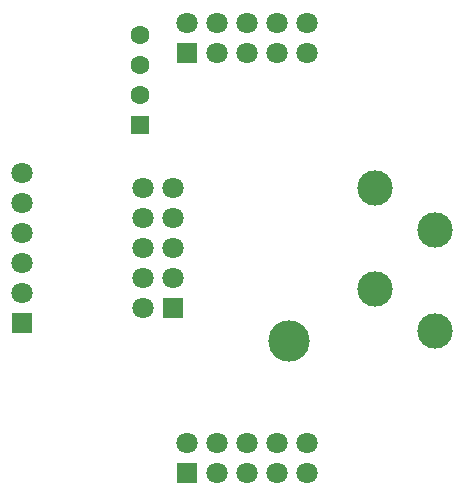
<source format=gbr>
%TF.GenerationSoftware,KiCad,Pcbnew,6.0.11-2627ca5db0~126~ubuntu22.04.1*%
%TF.CreationDate,2023-12-06T09:34:45+01:00*%
%TF.ProjectId,heatervalve-interface,68656174-6572-4766-916c-76652d696e74,A*%
%TF.SameCoordinates,Original*%
%TF.FileFunction,Soldermask,Bot*%
%TF.FilePolarity,Negative*%
%FSLAX46Y46*%
G04 Gerber Fmt 4.6, Leading zero omitted, Abs format (unit mm)*
G04 Created by KiCad (PCBNEW 6.0.11-2627ca5db0~126~ubuntu22.04.1) date 2023-12-06 09:34:45*
%MOMM*%
%LPD*%
G01*
G04 APERTURE LIST*
%ADD10R,1.800000X1.800000*%
%ADD11C,1.800000*%
%ADD12R,1.600000X1.600000*%
%ADD13C,1.600000*%
%ADD14C,3.500000*%
%ADD15C,3.000000*%
G04 APERTURE END LIST*
D10*
%TO.C,J6*%
X121412000Y-106680000D03*
D11*
X118872000Y-106680000D03*
X121412000Y-104140000D03*
X118872000Y-104140000D03*
X121412000Y-101600000D03*
X118872000Y-101600000D03*
X121412000Y-99060000D03*
X118872000Y-99060000D03*
X121412000Y-96520000D03*
X118872000Y-96520000D03*
%TD*%
D10*
%TO.C,J5*%
X108585000Y-107950000D03*
D11*
X108585000Y-105410000D03*
X108585000Y-102870000D03*
X108585000Y-100330000D03*
X108585000Y-97790000D03*
X108585000Y-95250000D03*
%TD*%
D12*
%TO.C,U1*%
X118618000Y-91186000D03*
D13*
X118618000Y-88646000D03*
X118618000Y-86106000D03*
X118618000Y-83566000D03*
%TD*%
D10*
%TO.C,MOD1*%
X122565000Y-85090000D03*
D11*
X122565000Y-82550000D03*
X125105000Y-85090000D03*
X125105000Y-82550000D03*
X127645000Y-85090000D03*
X127645000Y-82550000D03*
X130185000Y-85090000D03*
X130185000Y-82550000D03*
X132715000Y-85090000D03*
X132715000Y-82550000D03*
D10*
X122565000Y-120650000D03*
D11*
X122565000Y-118110000D03*
X125105000Y-120650000D03*
X125105000Y-118110000D03*
X127645000Y-120650000D03*
X127645000Y-118110000D03*
X130185000Y-120650000D03*
X130185000Y-118110000D03*
X132715000Y-120650000D03*
X132715000Y-118110000D03*
D14*
X131201000Y-109474000D03*
%TD*%
D15*
%TO.C,J1*%
X143540000Y-108647000D03*
X138540000Y-105147000D03*
%TD*%
%TO.C,J2*%
X143540000Y-100076000D03*
X138540000Y-96576000D03*
%TD*%
M02*

</source>
